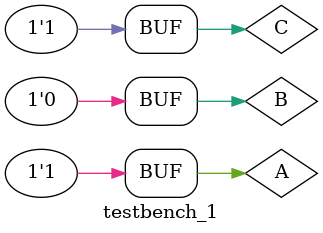
<source format=v>
`timescale 1ns / 1ps



module testbench_1 ();
reg A, B, C; // a reg for each input to the simple circuit
// DUT module instantiation
MUX2to1 m(.in0(A),.in1(B), .sel(C), .out(out));

// Stimuli Generator
initial begin // Initial block executes only once at start of simulation
A = 1'b0; B = 1'b1; C = 1'b0;
#100 // delay of 100 nanoseconds
A = 1'b0; B = 1'b1; C = 1'b1;
#100 // delay of 100 nanoseconds
A = 1'b1; B = 1'b0; C = 1'b0;
#100 // delay of 100 nanoseconds
A = 1'b1; B = 1'b0; C = 1'b1;

end
endmodule

</source>
